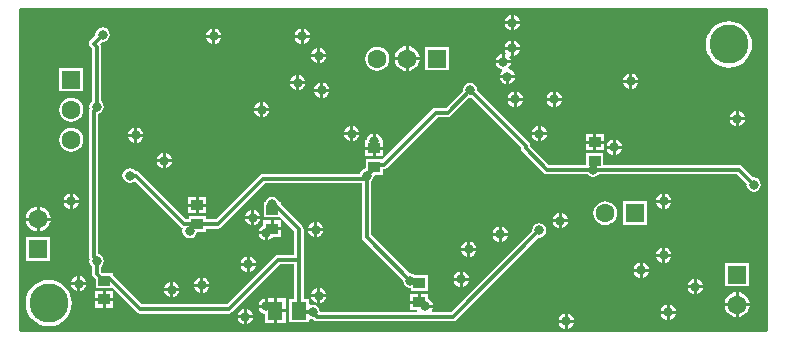
<source format=gbl>
G04*
G04 #@! TF.GenerationSoftware,Altium Limited,Altium Designer,21.5.1 (32)*
G04*
G04 Layer_Physical_Order=2*
G04 Layer_Color=16711680*
%FSLAX25Y25*%
%MOIN*%
G70*
G04*
G04 #@! TF.SameCoordinates,8A425D5F-BF34-4987-8E10-FF1777C96443*
G04*
G04*
G04 #@! TF.FilePolarity,Positive*
G04*
G01*
G75*
%ADD16C,0.01000*%
%ADD19R,0.03937X0.03543*%
%ADD25R,0.05118X0.06102*%
%ADD48C,0.01400*%
%ADD49C,0.06299*%
%ADD50R,0.06299X0.06299*%
%ADD51R,0.06299X0.06299*%
%ADD52C,0.13000*%
%ADD53C,0.03150*%
G36*
X248500Y-107106D02*
X0D01*
Y0D01*
X248500D01*
Y-107106D01*
D02*
G37*
%LPC*%
G36*
X164500Y-1969D02*
Y-4000D01*
X166531D01*
X166508Y-3828D01*
X166249Y-3201D01*
X165836Y-2664D01*
X165298Y-2251D01*
X164672Y-1991D01*
X164500Y-1969D01*
D02*
G37*
G36*
X163500D02*
X163328Y-1991D01*
X162701Y-2251D01*
X162164Y-2664D01*
X161751Y-3201D01*
X161492Y-3828D01*
X161469Y-4000D01*
X163500D01*
Y-1969D01*
D02*
G37*
G36*
X166531Y-5000D02*
X164500D01*
Y-7031D01*
X164672Y-7008D01*
X165298Y-6749D01*
X165836Y-6336D01*
X166249Y-5799D01*
X166508Y-5172D01*
X166531Y-5000D01*
D02*
G37*
G36*
X163500D02*
X161469D01*
X161492Y-5172D01*
X161751Y-5799D01*
X162164Y-6336D01*
X162701Y-6749D01*
X163328Y-7008D01*
X163500Y-7031D01*
Y-5000D01*
D02*
G37*
G36*
X94500Y-6469D02*
Y-8500D01*
X96531D01*
X96509Y-8328D01*
X96249Y-7701D01*
X95836Y-7164D01*
X95298Y-6751D01*
X94672Y-6492D01*
X94500Y-6469D01*
D02*
G37*
G36*
X93500D02*
X93328Y-6492D01*
X92702Y-6751D01*
X92164Y-7164D01*
X91751Y-7701D01*
X91492Y-8328D01*
X91469Y-8500D01*
X93500D01*
Y-6469D01*
D02*
G37*
G36*
X65000D02*
Y-8500D01*
X67031D01*
X67009Y-8328D01*
X66749Y-7701D01*
X66336Y-7164D01*
X65798Y-6751D01*
X65172Y-6492D01*
X65000Y-6469D01*
D02*
G37*
G36*
X64000D02*
X63828Y-6492D01*
X63201Y-6751D01*
X62664Y-7164D01*
X62251Y-7701D01*
X61992Y-8328D01*
X61969Y-8500D01*
X64000D01*
Y-6469D01*
D02*
G37*
G36*
X27500Y-6079D02*
X26573Y-6263D01*
X25788Y-6788D01*
X25263Y-7573D01*
X25079Y-8500D01*
X25122Y-8716D01*
X23419Y-10419D01*
X23087Y-10915D01*
X22971Y-11500D01*
X23087Y-12085D01*
X23419Y-12581D01*
X23971Y-13134D01*
Y-30666D01*
X23788Y-30788D01*
X23263Y-31573D01*
X23079Y-32500D01*
X23217Y-33194D01*
X23087Y-33388D01*
X22971Y-33973D01*
Y-82527D01*
X23087Y-83112D01*
X23217Y-83306D01*
X23079Y-84000D01*
X23263Y-84927D01*
X23788Y-85712D01*
X23971Y-85834D01*
Y-88197D01*
X24087Y-88782D01*
X24419Y-89278D01*
X25232Y-90091D01*
Y-93072D01*
X30768D01*
X30768Y-93072D01*
Y-93072D01*
X31158Y-93321D01*
X38919Y-101081D01*
X39415Y-101413D01*
X40000Y-101529D01*
X69500D01*
X70085Y-101413D01*
X70581Y-101081D01*
X86633Y-85029D01*
X91408D01*
Y-96649D01*
X89578D01*
Y-104351D01*
X96296D01*
Y-103607D01*
X96796Y-103281D01*
X97500Y-103421D01*
X97716Y-103378D01*
X97919Y-103581D01*
X98415Y-103913D01*
X99000Y-104029D01*
X144256D01*
X144841Y-103913D01*
X145337Y-103581D01*
X172784Y-76134D01*
X173000Y-76177D01*
X173927Y-75993D01*
X174712Y-75468D01*
X175237Y-74682D01*
X175421Y-73756D01*
X175237Y-72829D01*
X174712Y-72044D01*
X173927Y-71519D01*
X173000Y-71335D01*
X172073Y-71519D01*
X171288Y-72044D01*
X170763Y-72829D01*
X170579Y-73756D01*
X170622Y-73971D01*
X143622Y-100971D01*
X137364D01*
X137117Y-100471D01*
X137249Y-100299D01*
X137508Y-99672D01*
X137531Y-99500D01*
X135000D01*
Y-98500D01*
X137531D01*
X137508Y-98328D01*
X137249Y-97702D01*
X136836Y-97164D01*
X136299Y-96751D01*
X135968Y-96614D01*
Y-94878D01*
X133500D01*
Y-97650D01*
X133000D01*
Y-98150D01*
X130032D01*
Y-100421D01*
X132350D01*
X132380Y-100471D01*
X132103Y-100971D01*
X99915D01*
X99737Y-100073D01*
X99212Y-99288D01*
X98427Y-98763D01*
X97500Y-98579D01*
X96796Y-98719D01*
X96296Y-98393D01*
Y-96649D01*
X94466D01*
Y-83500D01*
Y-73437D01*
X94350Y-72852D01*
X94018Y-72356D01*
X86769Y-65106D01*
Y-64279D01*
X86278D01*
X86237Y-64073D01*
X85712Y-63288D01*
X84927Y-62763D01*
X84000Y-62579D01*
X83073Y-62763D01*
X82288Y-63288D01*
X81763Y-64073D01*
X81722Y-64279D01*
X81231D01*
Y-69422D01*
X86759D01*
X91408Y-74071D01*
Y-81971D01*
X86000D01*
X85415Y-82087D01*
X84919Y-82419D01*
X68866Y-98471D01*
X40633D01*
X30768Y-88606D01*
Y-87928D01*
X27394D01*
X27029Y-87563D01*
Y-85834D01*
X27212Y-85712D01*
X27737Y-84927D01*
X27921Y-84000D01*
X27737Y-83073D01*
X27212Y-82288D01*
X26427Y-81763D01*
X26029Y-81684D01*
Y-34816D01*
X26427Y-34737D01*
X27212Y-34212D01*
X27737Y-33427D01*
X27921Y-32500D01*
X27737Y-31573D01*
X27212Y-30788D01*
X27029Y-30666D01*
Y-12500D01*
X26913Y-11915D01*
X26647Y-11516D01*
X27284Y-10878D01*
X27500Y-10921D01*
X28427Y-10737D01*
X29212Y-10212D01*
X29737Y-9427D01*
X29921Y-8500D01*
X29737Y-7573D01*
X29212Y-6788D01*
X28427Y-6263D01*
X27500Y-6079D01*
D02*
G37*
G36*
X96531Y-9500D02*
X94500D01*
Y-11531D01*
X94672Y-11508D01*
X95298Y-11249D01*
X95836Y-10836D01*
X96249Y-10299D01*
X96509Y-9672D01*
X96531Y-9500D01*
D02*
G37*
G36*
X93500D02*
X91469D01*
X91492Y-9672D01*
X91751Y-10299D01*
X92164Y-10836D01*
X92702Y-11249D01*
X93328Y-11508D01*
X93500Y-11531D01*
Y-9500D01*
D02*
G37*
G36*
X67031D02*
X65000D01*
Y-11531D01*
X65172Y-11508D01*
X65798Y-11249D01*
X66336Y-10836D01*
X66749Y-10299D01*
X67009Y-9672D01*
X67031Y-9500D01*
D02*
G37*
G36*
X64000D02*
X61969D01*
X61992Y-9672D01*
X62251Y-10299D01*
X62664Y-10836D01*
X63201Y-11249D01*
X63828Y-11508D01*
X64000Y-11531D01*
Y-9500D01*
D02*
G37*
G36*
X164500Y-10469D02*
Y-12500D01*
X166531D01*
X166508Y-12328D01*
X166249Y-11701D01*
X165836Y-11164D01*
X165298Y-10751D01*
X164672Y-10492D01*
X164500Y-10469D01*
D02*
G37*
G36*
X163500D02*
X163328Y-10492D01*
X162701Y-10751D01*
X162164Y-11164D01*
X161751Y-11701D01*
X161492Y-12328D01*
X161469Y-12500D01*
X163500D01*
Y-10469D01*
D02*
G37*
G36*
Y-13500D02*
X161469D01*
X161492Y-13672D01*
X161751Y-14299D01*
X161958Y-14569D01*
X161706Y-14942D01*
X161650Y-14989D01*
X161500Y-14969D01*
Y-17000D01*
X163531D01*
X163508Y-16828D01*
X163249Y-16202D01*
X163042Y-15931D01*
X163294Y-15558D01*
X163350Y-15511D01*
X163500Y-15531D01*
Y-13500D01*
D02*
G37*
G36*
X100000Y-12969D02*
Y-15000D01*
X102031D01*
X102008Y-14828D01*
X101749Y-14201D01*
X101336Y-13664D01*
X100798Y-13251D01*
X100172Y-12991D01*
X100000Y-12969D01*
D02*
G37*
G36*
X99000D02*
X98828Y-12991D01*
X98202Y-13251D01*
X97664Y-13664D01*
X97251Y-14201D01*
X96991Y-14828D01*
X96969Y-15000D01*
X99000D01*
Y-12969D01*
D02*
G37*
G36*
X166531Y-13500D02*
X164500D01*
Y-15531D01*
X164672Y-15508D01*
X165298Y-15249D01*
X165836Y-14836D01*
X166249Y-14299D01*
X166508Y-13672D01*
X166531Y-13500D01*
D02*
G37*
G36*
X129500Y-12380D02*
Y-16000D01*
X133120D01*
X133043Y-15417D01*
X132625Y-14407D01*
X131959Y-13541D01*
X131093Y-12875D01*
X130083Y-12457D01*
X129500Y-12380D01*
D02*
G37*
G36*
X128500D02*
X127917Y-12457D01*
X126907Y-12875D01*
X126040Y-13541D01*
X125375Y-14407D01*
X124957Y-15417D01*
X124880Y-16000D01*
X128500D01*
Y-12380D01*
D02*
G37*
G36*
X160500Y-14969D02*
X160328Y-14991D01*
X159702Y-15251D01*
X159164Y-15664D01*
X158751Y-16202D01*
X158492Y-16828D01*
X158469Y-17000D01*
X160500D01*
Y-14969D01*
D02*
G37*
G36*
X102031Y-16000D02*
X100000D01*
Y-18031D01*
X100172Y-18009D01*
X100798Y-17749D01*
X101336Y-17336D01*
X101749Y-16799D01*
X102008Y-16172D01*
X102031Y-16000D01*
D02*
G37*
G36*
X99000D02*
X96969D01*
X96991Y-16172D01*
X97251Y-16799D01*
X97664Y-17336D01*
X98202Y-17749D01*
X98828Y-18009D01*
X99000Y-18031D01*
Y-16000D01*
D02*
G37*
G36*
X236221Y-4074D02*
X234711Y-4222D01*
X233260Y-4663D01*
X231922Y-5378D01*
X230749Y-6340D01*
X229787Y-7512D01*
X229072Y-8850D01*
X228632Y-10302D01*
X228483Y-11811D01*
X228632Y-13320D01*
X229072Y-14772D01*
X229787Y-16110D01*
X230749Y-17282D01*
X231922Y-18244D01*
X233260Y-18959D01*
X234711Y-19400D01*
X236221Y-19548D01*
X237730Y-19400D01*
X239181Y-18959D01*
X240519Y-18244D01*
X241691Y-17282D01*
X242654Y-16110D01*
X243369Y-14772D01*
X243809Y-13320D01*
X243958Y-11811D01*
X243809Y-10302D01*
X243369Y-8850D01*
X242654Y-7512D01*
X241691Y-6340D01*
X240519Y-5378D01*
X239181Y-4663D01*
X237730Y-4222D01*
X236221Y-4074D01*
D02*
G37*
G36*
X142950Y-12550D02*
X135050D01*
Y-20450D01*
X142950D01*
Y-12550D01*
D02*
G37*
G36*
X119000Y-12516D02*
X117969Y-12652D01*
X117008Y-13050D01*
X116183Y-13683D01*
X115550Y-14508D01*
X115152Y-15469D01*
X115016Y-16500D01*
X115152Y-17531D01*
X115550Y-18492D01*
X116183Y-19317D01*
X117008Y-19950D01*
X117969Y-20348D01*
X119000Y-20484D01*
X120031Y-20348D01*
X120992Y-19950D01*
X121817Y-19317D01*
X122450Y-18492D01*
X122848Y-17531D01*
X122984Y-16500D01*
X122848Y-15469D01*
X122450Y-14508D01*
X121817Y-13683D01*
X120992Y-13050D01*
X120031Y-12652D01*
X119000Y-12516D01*
D02*
G37*
G36*
X133120Y-17000D02*
X129500D01*
Y-20620D01*
X130083Y-20543D01*
X131093Y-20125D01*
X131959Y-19459D01*
X132625Y-18593D01*
X133043Y-17583D01*
X133120Y-17000D01*
D02*
G37*
G36*
X128500D02*
X124880D01*
X124957Y-17583D01*
X125375Y-18593D01*
X126040Y-19459D01*
X126907Y-20125D01*
X127917Y-20543D01*
X128500Y-20620D01*
Y-17000D01*
D02*
G37*
G36*
X163531Y-18000D02*
X158469D01*
X158492Y-18172D01*
X158751Y-18799D01*
X159164Y-19336D01*
X159702Y-19749D01*
X160328Y-20008D01*
X160538Y-20036D01*
X160678Y-20559D01*
X160542Y-20664D01*
X160129Y-21202D01*
X159869Y-21828D01*
X159847Y-22000D01*
X164909D01*
X164886Y-21828D01*
X164627Y-21202D01*
X164214Y-20664D01*
X163677Y-20251D01*
X163050Y-19992D01*
X162840Y-19964D01*
X162700Y-19441D01*
X162836Y-19336D01*
X163249Y-18799D01*
X163508Y-18172D01*
X163531Y-18000D01*
D02*
G37*
G36*
X204000Y-21469D02*
Y-23500D01*
X206031D01*
X206009Y-23328D01*
X205749Y-22702D01*
X205336Y-22164D01*
X204799Y-21751D01*
X204172Y-21492D01*
X204000Y-21469D01*
D02*
G37*
G36*
X203000D02*
X202828Y-21492D01*
X202202Y-21751D01*
X201664Y-22164D01*
X201251Y-22702D01*
X200992Y-23328D01*
X200969Y-23500D01*
X203000D01*
Y-21469D01*
D02*
G37*
G36*
X93000Y-21969D02*
Y-24000D01*
X95031D01*
X95008Y-23828D01*
X94749Y-23201D01*
X94336Y-22664D01*
X93799Y-22251D01*
X93172Y-21992D01*
X93000Y-21969D01*
D02*
G37*
G36*
X92000D02*
X91828Y-21992D01*
X91202Y-22251D01*
X90664Y-22664D01*
X90251Y-23201D01*
X89991Y-23828D01*
X89969Y-24000D01*
X92000D01*
Y-21969D01*
D02*
G37*
G36*
X164909Y-23000D02*
X162878D01*
Y-25031D01*
X163050Y-25008D01*
X163677Y-24749D01*
X164214Y-24336D01*
X164627Y-23799D01*
X164886Y-23172D01*
X164909Y-23000D01*
D02*
G37*
G36*
X161878D02*
X159847D01*
X159869Y-23172D01*
X160129Y-23799D01*
X160542Y-24336D01*
X161079Y-24749D01*
X161706Y-25008D01*
X161878Y-25031D01*
Y-23000D01*
D02*
G37*
G36*
X101000Y-24469D02*
Y-26500D01*
X103031D01*
X103008Y-26328D01*
X102749Y-25701D01*
X102336Y-25164D01*
X101798Y-24751D01*
X101172Y-24491D01*
X101000Y-24469D01*
D02*
G37*
G36*
X100000D02*
X99828Y-24491D01*
X99202Y-24751D01*
X98664Y-25164D01*
X98251Y-25701D01*
X97992Y-26328D01*
X97969Y-26500D01*
X100000D01*
Y-24469D01*
D02*
G37*
G36*
X206031Y-24500D02*
X204000D01*
Y-26531D01*
X204172Y-26509D01*
X204799Y-26249D01*
X205336Y-25836D01*
X205749Y-25299D01*
X206009Y-24672D01*
X206031Y-24500D01*
D02*
G37*
G36*
X203000D02*
X200969D01*
X200992Y-24672D01*
X201251Y-25299D01*
X201664Y-25836D01*
X202202Y-26249D01*
X202828Y-26509D01*
X203000Y-26531D01*
Y-24500D01*
D02*
G37*
G36*
X95031Y-25000D02*
X93000D01*
Y-27031D01*
X93172Y-27009D01*
X93799Y-26749D01*
X94336Y-26336D01*
X94749Y-25798D01*
X95008Y-25172D01*
X95031Y-25000D01*
D02*
G37*
G36*
X92000D02*
X89969D01*
X89991Y-25172D01*
X90251Y-25798D01*
X90664Y-26336D01*
X91202Y-26749D01*
X91828Y-27009D01*
X92000Y-27031D01*
Y-25000D01*
D02*
G37*
G36*
X20950Y-19550D02*
X13050D01*
Y-27450D01*
X20950D01*
Y-19550D01*
D02*
G37*
G36*
X178500Y-27469D02*
Y-29500D01*
X180531D01*
X180508Y-29328D01*
X180249Y-28701D01*
X179836Y-28164D01*
X179298Y-27751D01*
X178672Y-27492D01*
X178500Y-27469D01*
D02*
G37*
G36*
X177500D02*
X177328Y-27492D01*
X176701Y-27751D01*
X176164Y-28164D01*
X175751Y-28701D01*
X175491Y-29328D01*
X175469Y-29500D01*
X177500D01*
Y-27469D01*
D02*
G37*
G36*
X165500D02*
Y-29500D01*
X167531D01*
X167508Y-29328D01*
X167249Y-28701D01*
X166836Y-28164D01*
X166298Y-27751D01*
X165672Y-27492D01*
X165500Y-27469D01*
D02*
G37*
G36*
X164500D02*
X164328Y-27492D01*
X163701Y-27751D01*
X163164Y-28164D01*
X162751Y-28701D01*
X162492Y-29328D01*
X162469Y-29500D01*
X164500D01*
Y-27469D01*
D02*
G37*
G36*
X103031Y-27500D02*
X101000D01*
Y-29531D01*
X101172Y-29509D01*
X101798Y-29249D01*
X102336Y-28836D01*
X102749Y-28299D01*
X103008Y-27672D01*
X103031Y-27500D01*
D02*
G37*
G36*
X100000D02*
X97969D01*
X97992Y-27672D01*
X98251Y-28299D01*
X98664Y-28836D01*
X99202Y-29249D01*
X99828Y-29509D01*
X100000Y-29531D01*
Y-27500D01*
D02*
G37*
G36*
X180531Y-30500D02*
X178500D01*
Y-32531D01*
X178672Y-32509D01*
X179298Y-32249D01*
X179836Y-31836D01*
X180249Y-31299D01*
X180508Y-30672D01*
X180531Y-30500D01*
D02*
G37*
G36*
X177500D02*
X175469D01*
X175491Y-30672D01*
X175751Y-31299D01*
X176164Y-31836D01*
X176701Y-32249D01*
X177328Y-32509D01*
X177500Y-32531D01*
Y-30500D01*
D02*
G37*
G36*
X167531D02*
X165500D01*
Y-32531D01*
X165672Y-32509D01*
X166298Y-32249D01*
X166836Y-31836D01*
X167249Y-31299D01*
X167508Y-30672D01*
X167531Y-30500D01*
D02*
G37*
G36*
X164500D02*
X162469D01*
X162492Y-30672D01*
X162751Y-31299D01*
X163164Y-31836D01*
X163701Y-32249D01*
X164328Y-32509D01*
X164500Y-32531D01*
Y-30500D01*
D02*
G37*
G36*
X81000Y-30969D02*
Y-33000D01*
X83031D01*
X83008Y-32828D01*
X82749Y-32201D01*
X82336Y-31664D01*
X81798Y-31251D01*
X81172Y-30992D01*
X81000Y-30969D01*
D02*
G37*
G36*
X80000D02*
X79828Y-30992D01*
X79202Y-31251D01*
X78664Y-31664D01*
X78251Y-32201D01*
X77991Y-32828D01*
X77969Y-33000D01*
X80000D01*
Y-30969D01*
D02*
G37*
G36*
X239500Y-33969D02*
Y-36000D01*
X241531D01*
X241509Y-35828D01*
X241249Y-35201D01*
X240836Y-34664D01*
X240299Y-34251D01*
X239672Y-33992D01*
X239500Y-33969D01*
D02*
G37*
G36*
X238500D02*
X238328Y-33992D01*
X237702Y-34251D01*
X237164Y-34664D01*
X236751Y-35201D01*
X236491Y-35828D01*
X236469Y-36000D01*
X238500D01*
Y-33969D01*
D02*
G37*
G36*
X83031Y-34000D02*
X81000D01*
Y-36031D01*
X81172Y-36009D01*
X81798Y-35749D01*
X82336Y-35336D01*
X82749Y-34798D01*
X83008Y-34172D01*
X83031Y-34000D01*
D02*
G37*
G36*
X80000D02*
X77969D01*
X77991Y-34172D01*
X78251Y-34798D01*
X78664Y-35336D01*
X79202Y-35749D01*
X79828Y-36009D01*
X80000Y-36031D01*
Y-34000D01*
D02*
G37*
G36*
X17000Y-29516D02*
X15969Y-29652D01*
X15008Y-30050D01*
X14183Y-30683D01*
X13550Y-31508D01*
X13152Y-32469D01*
X13016Y-33500D01*
X13152Y-34531D01*
X13550Y-35492D01*
X14183Y-36317D01*
X15008Y-36950D01*
X15969Y-37348D01*
X17000Y-37484D01*
X18031Y-37348D01*
X18992Y-36950D01*
X19817Y-36317D01*
X20450Y-35492D01*
X20848Y-34531D01*
X20984Y-33500D01*
X20848Y-32469D01*
X20450Y-31508D01*
X19817Y-30683D01*
X18992Y-30050D01*
X18031Y-29652D01*
X17000Y-29516D01*
D02*
G37*
G36*
X241531Y-37000D02*
X239500D01*
Y-39031D01*
X239672Y-39009D01*
X240299Y-38749D01*
X240836Y-38336D01*
X241249Y-37799D01*
X241509Y-37172D01*
X241531Y-37000D01*
D02*
G37*
G36*
X238500D02*
X236469D01*
X236491Y-37172D01*
X236751Y-37799D01*
X237164Y-38336D01*
X237702Y-38749D01*
X238328Y-39009D01*
X238500Y-39031D01*
Y-37000D01*
D02*
G37*
G36*
X173500Y-38969D02*
Y-41000D01*
X175531D01*
X175508Y-40828D01*
X175249Y-40202D01*
X174836Y-39664D01*
X174299Y-39251D01*
X173672Y-38991D01*
X173500Y-38969D01*
D02*
G37*
G36*
X172500D02*
X172328Y-38991D01*
X171702Y-39251D01*
X171164Y-39664D01*
X170751Y-40202D01*
X170492Y-40828D01*
X170469Y-41000D01*
X172500D01*
Y-38969D01*
D02*
G37*
G36*
X111000D02*
Y-41000D01*
X113031D01*
X113008Y-40828D01*
X112749Y-40202D01*
X112336Y-39664D01*
X111799Y-39251D01*
X111172Y-38991D01*
X111000Y-38969D01*
D02*
G37*
G36*
X110000D02*
X109828Y-38991D01*
X109202Y-39251D01*
X108664Y-39664D01*
X108251Y-40202D01*
X107992Y-40828D01*
X107969Y-41000D01*
X110000D01*
Y-38969D01*
D02*
G37*
G36*
X39000Y-39469D02*
Y-41500D01*
X41031D01*
X41008Y-41328D01*
X40749Y-40701D01*
X40336Y-40164D01*
X39799Y-39751D01*
X39172Y-39492D01*
X39000Y-39469D01*
D02*
G37*
G36*
X38000D02*
X37828Y-39492D01*
X37201Y-39751D01*
X36664Y-40164D01*
X36251Y-40701D01*
X35991Y-41328D01*
X35969Y-41500D01*
X38000D01*
Y-39469D01*
D02*
G37*
G36*
X194468Y-41579D02*
X192000D01*
Y-43850D01*
X194468D01*
Y-41579D01*
D02*
G37*
G36*
X191000D02*
X188531D01*
Y-43850D01*
X191000D01*
Y-41579D01*
D02*
G37*
G36*
X118500Y-41469D02*
Y-44000D01*
X117500D01*
Y-41469D01*
X117328Y-41491D01*
X116701Y-41751D01*
X116164Y-42164D01*
X115751Y-42702D01*
X115491Y-43328D01*
X115458Y-43579D01*
X115032D01*
Y-45850D01*
X120968D01*
Y-43579D01*
X120542D01*
X120509Y-43328D01*
X120249Y-42702D01*
X119836Y-42164D01*
X119299Y-41751D01*
X118672Y-41491D01*
X118500Y-41469D01*
D02*
G37*
G36*
X175531Y-42000D02*
X173500D01*
Y-44031D01*
X173672Y-44008D01*
X174299Y-43749D01*
X174836Y-43336D01*
X175249Y-42799D01*
X175508Y-42172D01*
X175531Y-42000D01*
D02*
G37*
G36*
X172500D02*
X170469D01*
X170492Y-42172D01*
X170751Y-42799D01*
X171164Y-43336D01*
X171702Y-43749D01*
X172328Y-44008D01*
X172500Y-44031D01*
Y-42000D01*
D02*
G37*
G36*
X113031D02*
X111000D01*
Y-44031D01*
X111172Y-44008D01*
X111799Y-43749D01*
X112336Y-43336D01*
X112749Y-42799D01*
X113008Y-42172D01*
X113031Y-42000D01*
D02*
G37*
G36*
X110000D02*
X107969D01*
X107992Y-42172D01*
X108251Y-42799D01*
X108664Y-43336D01*
X109202Y-43749D01*
X109828Y-44008D01*
X110000Y-44031D01*
Y-42000D01*
D02*
G37*
G36*
X41031Y-42500D02*
X39000D01*
Y-44531D01*
X39172Y-44508D01*
X39799Y-44249D01*
X40336Y-43836D01*
X40749Y-43299D01*
X41008Y-42672D01*
X41031Y-42500D01*
D02*
G37*
G36*
X38000D02*
X35969D01*
X35991Y-42672D01*
X36251Y-43299D01*
X36664Y-43836D01*
X37201Y-44249D01*
X37828Y-44508D01*
X38000Y-44531D01*
Y-42500D01*
D02*
G37*
G36*
X198500Y-43469D02*
Y-45500D01*
X200531D01*
X200508Y-45328D01*
X200249Y-44701D01*
X199836Y-44164D01*
X199299Y-43751D01*
X198672Y-43492D01*
X198500Y-43469D01*
D02*
G37*
G36*
X197500D02*
X197328Y-43492D01*
X196702Y-43751D01*
X196164Y-44164D01*
X195751Y-44701D01*
X195492Y-45328D01*
X195469Y-45500D01*
X197500D01*
Y-43469D01*
D02*
G37*
G36*
X194468Y-44850D02*
X192000D01*
Y-47122D01*
X194468D01*
Y-44850D01*
D02*
G37*
G36*
X191000D02*
X188531D01*
Y-47122D01*
X191000D01*
Y-44850D01*
D02*
G37*
G36*
X17000Y-39516D02*
X15969Y-39652D01*
X15008Y-40050D01*
X14183Y-40683D01*
X13550Y-41508D01*
X13152Y-42469D01*
X13016Y-43500D01*
X13152Y-44531D01*
X13550Y-45492D01*
X14183Y-46317D01*
X15008Y-46950D01*
X15969Y-47348D01*
X17000Y-47484D01*
X18031Y-47348D01*
X18992Y-46950D01*
X19817Y-46317D01*
X20450Y-45492D01*
X20848Y-44531D01*
X20984Y-43500D01*
X20848Y-42469D01*
X20450Y-41508D01*
X19817Y-40683D01*
X18992Y-40050D01*
X18031Y-39652D01*
X17000Y-39516D01*
D02*
G37*
G36*
X200531Y-46500D02*
X198500D01*
Y-48531D01*
X198672Y-48509D01*
X199299Y-48249D01*
X199836Y-47836D01*
X200249Y-47298D01*
X200508Y-46672D01*
X200531Y-46500D01*
D02*
G37*
G36*
X197500D02*
X195469D01*
X195492Y-46672D01*
X195751Y-47298D01*
X196164Y-47836D01*
X196702Y-48249D01*
X197328Y-48509D01*
X197500Y-48531D01*
Y-46500D01*
D02*
G37*
G36*
X120968Y-46850D02*
X118500D01*
Y-49122D01*
X120968D01*
Y-46850D01*
D02*
G37*
G36*
X117500D02*
X115032D01*
Y-49122D01*
X117500D01*
Y-46850D01*
D02*
G37*
G36*
X48500Y-47969D02*
Y-50000D01*
X50531D01*
X50508Y-49828D01*
X50249Y-49202D01*
X49836Y-48664D01*
X49299Y-48251D01*
X48672Y-47991D01*
X48500Y-47969D01*
D02*
G37*
G36*
X47500D02*
X47328Y-47991D01*
X46701Y-48251D01*
X46164Y-48664D01*
X45751Y-49202D01*
X45491Y-49828D01*
X45469Y-50000D01*
X47500D01*
Y-47969D01*
D02*
G37*
G36*
X50531Y-51000D02*
X48500D01*
Y-53031D01*
X48672Y-53009D01*
X49299Y-52749D01*
X49836Y-52336D01*
X50249Y-51798D01*
X50508Y-51172D01*
X50531Y-51000D01*
D02*
G37*
G36*
X47500D02*
X45469D01*
X45491Y-51172D01*
X45751Y-51798D01*
X46164Y-52336D01*
X46701Y-52749D01*
X47328Y-53009D01*
X47500Y-53031D01*
Y-51000D01*
D02*
G37*
G36*
X150000Y-24579D02*
X149073Y-24763D01*
X148288Y-25288D01*
X147763Y-26073D01*
X147579Y-27000D01*
X147622Y-27216D01*
X141867Y-32971D01*
X138500D01*
X137915Y-33087D01*
X137419Y-33419D01*
X120759Y-50078D01*
X115232D01*
Y-53132D01*
X114573Y-53263D01*
X113788Y-53788D01*
X113263Y-54573D01*
X113184Y-54971D01*
X81000D01*
X80415Y-55087D01*
X79919Y-55419D01*
X65217Y-70120D01*
X61769D01*
Y-69078D01*
X56231D01*
Y-70120D01*
X55283D01*
X39581Y-54419D01*
X39085Y-54087D01*
X38500Y-53971D01*
X38334D01*
X38212Y-53788D01*
X37427Y-53263D01*
X36500Y-53079D01*
X35573Y-53263D01*
X34788Y-53788D01*
X34263Y-54573D01*
X34079Y-55500D01*
X34263Y-56427D01*
X34788Y-57212D01*
X35573Y-57737D01*
X36500Y-57921D01*
X37427Y-57737D01*
X38115Y-57277D01*
X53568Y-72731D01*
X54064Y-73063D01*
X54258Y-73101D01*
X54079Y-74000D01*
X54263Y-74927D01*
X54788Y-75712D01*
X55573Y-76237D01*
X56500Y-76421D01*
X57427Y-76237D01*
X58212Y-75712D01*
X58737Y-74927D01*
X58877Y-74221D01*
X61769D01*
Y-73179D01*
X65850D01*
X66436Y-73063D01*
X66932Y-72731D01*
X81634Y-58029D01*
X113971D01*
Y-76000D01*
X114087Y-76585D01*
X114419Y-77081D01*
X127622Y-90284D01*
X127579Y-90500D01*
X127763Y-91427D01*
X128288Y-92212D01*
X129073Y-92737D01*
X130000Y-92921D01*
X130231Y-93111D01*
Y-93922D01*
X135768D01*
Y-88779D01*
X131699D01*
X130927Y-88263D01*
X130000Y-88079D01*
X129784Y-88122D01*
X117029Y-75366D01*
Y-57334D01*
X117212Y-57212D01*
X117737Y-56427D01*
X117921Y-55500D01*
X118376Y-55221D01*
X120768D01*
Y-53399D01*
X121130D01*
X121715Y-53283D01*
X122212Y-52951D01*
X139134Y-36029D01*
X142500D01*
X143085Y-35913D01*
X143581Y-35581D01*
X149694Y-29469D01*
X150000Y-29529D01*
X150366D01*
X166971Y-46134D01*
Y-46350D01*
X167087Y-46936D01*
X167419Y-47432D01*
X174568Y-54581D01*
X175064Y-54913D01*
X175650Y-55029D01*
X189166D01*
X189288Y-55212D01*
X190073Y-55737D01*
X191000Y-55921D01*
X191927Y-55737D01*
X192712Y-55212D01*
X192834Y-55029D01*
X238866D01*
X242122Y-58284D01*
X242079Y-58500D01*
X242263Y-59427D01*
X242788Y-60212D01*
X243573Y-60737D01*
X244500Y-60921D01*
X245427Y-60737D01*
X246212Y-60212D01*
X246737Y-59427D01*
X246921Y-58500D01*
X246737Y-57573D01*
X246212Y-56788D01*
X245427Y-56263D01*
X244500Y-56079D01*
X244284Y-56122D01*
X240581Y-52419D01*
X240085Y-52087D01*
X239500Y-51971D01*
X194269D01*
Y-48078D01*
X188732D01*
Y-51971D01*
X176283D01*
X170029Y-45717D01*
Y-45500D01*
X169913Y-44915D01*
X169581Y-44419D01*
X152378Y-27216D01*
X152421Y-27000D01*
X152237Y-26073D01*
X151712Y-25288D01*
X150927Y-24763D01*
X150000Y-24579D01*
D02*
G37*
G36*
X215000Y-61469D02*
Y-63500D01*
X217031D01*
X217008Y-63328D01*
X216749Y-62701D01*
X216336Y-62164D01*
X215798Y-61751D01*
X215172Y-61492D01*
X215000Y-61469D01*
D02*
G37*
G36*
X214000D02*
X213828Y-61492D01*
X213201Y-61751D01*
X212664Y-62164D01*
X212251Y-62701D01*
X211992Y-63328D01*
X211969Y-63500D01*
X214000D01*
Y-61469D01*
D02*
G37*
G36*
X17500D02*
Y-63500D01*
X19531D01*
X19509Y-63328D01*
X19249Y-62701D01*
X18836Y-62164D01*
X18298Y-61751D01*
X17672Y-61492D01*
X17500Y-61469D01*
D02*
G37*
G36*
X16500D02*
X16328Y-61492D01*
X15701Y-61751D01*
X15164Y-62164D01*
X14751Y-62701D01*
X14491Y-63328D01*
X14469Y-63500D01*
X16500D01*
Y-61469D01*
D02*
G37*
G36*
X61968Y-62579D02*
X59500D01*
Y-64850D01*
X61968D01*
Y-62579D01*
D02*
G37*
G36*
X58500D02*
X56032D01*
Y-64850D01*
X58500D01*
Y-62579D01*
D02*
G37*
G36*
X217031Y-64500D02*
X215000D01*
Y-66531D01*
X215172Y-66509D01*
X215798Y-66249D01*
X216336Y-65836D01*
X216749Y-65298D01*
X217008Y-64672D01*
X217031Y-64500D01*
D02*
G37*
G36*
X214000D02*
X211969D01*
X211992Y-64672D01*
X212251Y-65298D01*
X212664Y-65836D01*
X213201Y-66249D01*
X213828Y-66509D01*
X214000Y-66531D01*
Y-64500D01*
D02*
G37*
G36*
X19531D02*
X17500D01*
Y-66531D01*
X17672Y-66509D01*
X18298Y-66249D01*
X18836Y-65836D01*
X19249Y-65298D01*
X19509Y-64672D01*
X19531Y-64500D01*
D02*
G37*
G36*
X16500D02*
X14469D01*
X14491Y-64672D01*
X14751Y-65298D01*
X15164Y-65836D01*
X15701Y-66249D01*
X16328Y-66509D01*
X16500Y-66531D01*
Y-64500D01*
D02*
G37*
G36*
X61968Y-65850D02*
X59500D01*
Y-68122D01*
X61968D01*
Y-65850D01*
D02*
G37*
G36*
X58500D02*
X56032D01*
Y-68122D01*
X58500D01*
Y-65850D01*
D02*
G37*
G36*
X78000Y-66969D02*
Y-69000D01*
X80031D01*
X80009Y-68828D01*
X79749Y-68202D01*
X79336Y-67664D01*
X78799Y-67251D01*
X78172Y-66992D01*
X78000Y-66969D01*
D02*
G37*
G36*
X77000D02*
X76828Y-66992D01*
X76201Y-67251D01*
X75664Y-67664D01*
X75251Y-68202D01*
X74992Y-68828D01*
X74969Y-69000D01*
X77000D01*
Y-66969D01*
D02*
G37*
G36*
X6500Y-65880D02*
Y-69500D01*
X10120D01*
X10043Y-68917D01*
X9625Y-67907D01*
X8959Y-67040D01*
X8093Y-66375D01*
X7083Y-65957D01*
X6500Y-65880D01*
D02*
G37*
G36*
X5500D02*
X4917Y-65957D01*
X3907Y-66375D01*
X3040Y-67040D01*
X2375Y-67907D01*
X1957Y-68917D01*
X1880Y-69500D01*
X5500D01*
Y-65880D01*
D02*
G37*
G36*
X180500Y-67969D02*
Y-70000D01*
X182531D01*
X182509Y-69828D01*
X182249Y-69201D01*
X181836Y-68664D01*
X181298Y-68251D01*
X180672Y-67992D01*
X180500Y-67969D01*
D02*
G37*
G36*
X179500D02*
X179328Y-67992D01*
X178701Y-68251D01*
X178164Y-68664D01*
X177751Y-69201D01*
X177491Y-69828D01*
X177469Y-70000D01*
X179500D01*
Y-67969D01*
D02*
G37*
G36*
X208950Y-64050D02*
X201050D01*
Y-71950D01*
X208950D01*
Y-64050D01*
D02*
G37*
G36*
X195000Y-64016D02*
X193969Y-64152D01*
X193008Y-64550D01*
X192183Y-65183D01*
X191550Y-66008D01*
X191152Y-66969D01*
X191016Y-68000D01*
X191152Y-69031D01*
X191550Y-69992D01*
X192183Y-70817D01*
X193008Y-71450D01*
X193969Y-71848D01*
X195000Y-71984D01*
X196031Y-71848D01*
X196992Y-71450D01*
X197817Y-70817D01*
X198450Y-69992D01*
X198848Y-69031D01*
X198984Y-68000D01*
X198848Y-66969D01*
X198450Y-66008D01*
X197817Y-65183D01*
X196992Y-64550D01*
X196031Y-64152D01*
X195000Y-64016D01*
D02*
G37*
G36*
X80031Y-70000D02*
X78000D01*
Y-72031D01*
X78172Y-72009D01*
X78799Y-71749D01*
X79336Y-71336D01*
X79749Y-70798D01*
X80009Y-70172D01*
X80031Y-70000D01*
D02*
G37*
G36*
X77000D02*
X74969D01*
X74992Y-70172D01*
X75251Y-70798D01*
X75664Y-71336D01*
X76201Y-71749D01*
X76828Y-72009D01*
X77000Y-72031D01*
Y-70000D01*
D02*
G37*
G36*
X86968Y-70378D02*
X84500D01*
Y-72650D01*
X86968D01*
Y-70378D01*
D02*
G37*
G36*
X99000Y-70969D02*
Y-73000D01*
X101031D01*
X101008Y-72828D01*
X100749Y-72202D01*
X100336Y-71664D01*
X99799Y-71251D01*
X99172Y-70991D01*
X99000Y-70969D01*
D02*
G37*
G36*
X98000D02*
X97828Y-70991D01*
X97202Y-71251D01*
X96664Y-71664D01*
X96251Y-72202D01*
X95991Y-72828D01*
X95969Y-73000D01*
X98000D01*
Y-70969D01*
D02*
G37*
G36*
X182531Y-71000D02*
X180500D01*
Y-73031D01*
X180672Y-73009D01*
X181298Y-72749D01*
X181836Y-72336D01*
X182249Y-71798D01*
X182509Y-71172D01*
X182531Y-71000D01*
D02*
G37*
G36*
X179500D02*
X177469D01*
X177491Y-71172D01*
X177751Y-71798D01*
X178164Y-72336D01*
X178701Y-72749D01*
X179328Y-73009D01*
X179500Y-73031D01*
Y-71000D01*
D02*
G37*
G36*
X10120Y-70500D02*
X6500D01*
Y-74120D01*
X7083Y-74043D01*
X8093Y-73625D01*
X8959Y-72960D01*
X9625Y-72093D01*
X10043Y-71083D01*
X10120Y-70500D01*
D02*
G37*
G36*
X5500D02*
X1880D01*
X1957Y-71083D01*
X2375Y-72093D01*
X3040Y-72960D01*
X3907Y-73625D01*
X4917Y-74043D01*
X5500Y-74120D01*
Y-70500D01*
D02*
G37*
G36*
X160500Y-72469D02*
Y-74500D01*
X162531D01*
X162508Y-74328D01*
X162249Y-73702D01*
X161836Y-73164D01*
X161299Y-72751D01*
X160672Y-72492D01*
X160500Y-72469D01*
D02*
G37*
G36*
X159500D02*
X159328Y-72492D01*
X158702Y-72751D01*
X158164Y-73164D01*
X157751Y-73702D01*
X157492Y-74328D01*
X157469Y-74500D01*
X159500D01*
Y-72469D01*
D02*
G37*
G36*
X101031Y-74000D02*
X99000D01*
Y-76031D01*
X99172Y-76008D01*
X99799Y-75749D01*
X100336Y-75336D01*
X100749Y-74799D01*
X101008Y-74172D01*
X101031Y-74000D01*
D02*
G37*
G36*
X98000D02*
X95969D01*
X95991Y-74172D01*
X96251Y-74799D01*
X96664Y-75336D01*
X97202Y-75749D01*
X97828Y-76008D01*
X98000Y-76031D01*
Y-74000D01*
D02*
G37*
G36*
X83500Y-70378D02*
X81032D01*
Y-72114D01*
X80702Y-72251D01*
X80164Y-72664D01*
X79751Y-73202D01*
X79492Y-73828D01*
X79469Y-74000D01*
X82000D01*
Y-74500D01*
X82500D01*
Y-77031D01*
X82672Y-77008D01*
X83298Y-76749D01*
X83836Y-76336D01*
X84155Y-75921D01*
X86968D01*
Y-73650D01*
X84000D01*
Y-73150D01*
X83500D01*
Y-70378D01*
D02*
G37*
G36*
X81500Y-75000D02*
X79469D01*
X79492Y-75172D01*
X79751Y-75798D01*
X80164Y-76336D01*
X80702Y-76749D01*
X81328Y-77008D01*
X81500Y-77031D01*
Y-75000D01*
D02*
G37*
G36*
X162531Y-75500D02*
X160500D01*
Y-77531D01*
X160672Y-77508D01*
X161299Y-77249D01*
X161836Y-76836D01*
X162249Y-76298D01*
X162508Y-75672D01*
X162531Y-75500D01*
D02*
G37*
G36*
X159500D02*
X157469D01*
X157492Y-75672D01*
X157751Y-76298D01*
X158164Y-76836D01*
X158702Y-77249D01*
X159328Y-77508D01*
X159500Y-77531D01*
Y-75500D01*
D02*
G37*
G36*
X150000Y-77469D02*
Y-79500D01*
X152031D01*
X152008Y-79328D01*
X151749Y-78702D01*
X151336Y-78164D01*
X150798Y-77751D01*
X150172Y-77491D01*
X150000Y-77469D01*
D02*
G37*
G36*
X149000D02*
X148828Y-77491D01*
X148202Y-77751D01*
X147664Y-78164D01*
X147251Y-78702D01*
X146992Y-79328D01*
X146969Y-79500D01*
X149000D01*
Y-77469D01*
D02*
G37*
G36*
X215000Y-79469D02*
Y-81500D01*
X217031D01*
X217008Y-81328D01*
X216749Y-80702D01*
X216336Y-80164D01*
X215798Y-79751D01*
X215172Y-79492D01*
X215000Y-79469D01*
D02*
G37*
G36*
X214000D02*
X213828Y-79492D01*
X213201Y-79751D01*
X212664Y-80164D01*
X212251Y-80702D01*
X211992Y-81328D01*
X211969Y-81500D01*
X214000D01*
Y-79469D01*
D02*
G37*
G36*
X152031Y-80500D02*
X150000D01*
Y-82531D01*
X150172Y-82508D01*
X150798Y-82249D01*
X151336Y-81836D01*
X151749Y-81299D01*
X152008Y-80672D01*
X152031Y-80500D01*
D02*
G37*
G36*
X149000D02*
X146969D01*
X146992Y-80672D01*
X147251Y-81299D01*
X147664Y-81836D01*
X148202Y-82249D01*
X148828Y-82508D01*
X149000Y-82531D01*
Y-80500D01*
D02*
G37*
G36*
X9950Y-76050D02*
X2050D01*
Y-83950D01*
X9950D01*
Y-76050D01*
D02*
G37*
G36*
X76500Y-82469D02*
Y-84500D01*
X78531D01*
X78509Y-84328D01*
X78249Y-83701D01*
X77836Y-83164D01*
X77298Y-82751D01*
X76672Y-82491D01*
X76500Y-82469D01*
D02*
G37*
G36*
X75500D02*
X75328Y-82491D01*
X74701Y-82751D01*
X74164Y-83164D01*
X73751Y-83701D01*
X73492Y-84328D01*
X73469Y-84500D01*
X75500D01*
Y-82469D01*
D02*
G37*
G36*
X217031Y-82500D02*
X215000D01*
Y-84531D01*
X215172Y-84509D01*
X215798Y-84249D01*
X216336Y-83836D01*
X216749Y-83298D01*
X217008Y-82672D01*
X217031Y-82500D01*
D02*
G37*
G36*
X214000D02*
X211969D01*
X211992Y-82672D01*
X212251Y-83298D01*
X212664Y-83836D01*
X213201Y-84249D01*
X213828Y-84509D01*
X214000Y-84531D01*
Y-82500D01*
D02*
G37*
G36*
X207500Y-84469D02*
Y-86500D01*
X209531D01*
X209508Y-86328D01*
X209249Y-85702D01*
X208836Y-85164D01*
X208298Y-84751D01*
X207672Y-84491D01*
X207500Y-84469D01*
D02*
G37*
G36*
X206500D02*
X206328Y-84491D01*
X205701Y-84751D01*
X205164Y-85164D01*
X204751Y-85702D01*
X204491Y-86328D01*
X204469Y-86500D01*
X206500D01*
Y-84469D01*
D02*
G37*
G36*
X78531Y-85500D02*
X76500D01*
Y-87531D01*
X76672Y-87508D01*
X77298Y-87249D01*
X77836Y-86836D01*
X78249Y-86299D01*
X78509Y-85672D01*
X78531Y-85500D01*
D02*
G37*
G36*
X75500D02*
X73469D01*
X73492Y-85672D01*
X73751Y-86299D01*
X74164Y-86836D01*
X74701Y-87249D01*
X75328Y-87508D01*
X75500Y-87531D01*
Y-85500D01*
D02*
G37*
G36*
X147500Y-87469D02*
Y-89500D01*
X149531D01*
X149509Y-89328D01*
X149249Y-88701D01*
X148836Y-88164D01*
X148299Y-87751D01*
X147672Y-87492D01*
X147500Y-87469D01*
D02*
G37*
G36*
X146500D02*
X146328Y-87492D01*
X145702Y-87751D01*
X145164Y-88164D01*
X144751Y-88701D01*
X144492Y-89328D01*
X144469Y-89500D01*
X146500D01*
Y-87469D01*
D02*
G37*
G36*
X209531Y-87500D02*
X207500D01*
Y-89531D01*
X207672Y-89508D01*
X208298Y-89249D01*
X208836Y-88836D01*
X209249Y-88298D01*
X209508Y-87672D01*
X209531Y-87500D01*
D02*
G37*
G36*
X206500D02*
X204469D01*
X204491Y-87672D01*
X204751Y-88298D01*
X205164Y-88836D01*
X205701Y-89249D01*
X206328Y-89508D01*
X206500Y-89531D01*
Y-87500D01*
D02*
G37*
G36*
X20000Y-88969D02*
Y-91000D01*
X22031D01*
X22008Y-90828D01*
X21749Y-90201D01*
X21336Y-89664D01*
X20798Y-89251D01*
X20172Y-88991D01*
X20000Y-88969D01*
D02*
G37*
G36*
X19000D02*
X18828Y-88991D01*
X18202Y-89251D01*
X17664Y-89664D01*
X17251Y-90201D01*
X16992Y-90828D01*
X16969Y-91000D01*
X19000D01*
Y-88969D01*
D02*
G37*
G36*
X61000Y-89469D02*
Y-91500D01*
X63031D01*
X63008Y-91328D01*
X62749Y-90702D01*
X62336Y-90164D01*
X61799Y-89751D01*
X61172Y-89491D01*
X61000Y-89469D01*
D02*
G37*
G36*
X60000D02*
X59828Y-89491D01*
X59202Y-89751D01*
X58664Y-90164D01*
X58251Y-90702D01*
X57991Y-91328D01*
X57969Y-91500D01*
X60000D01*
Y-89469D01*
D02*
G37*
G36*
X225500Y-89969D02*
Y-92000D01*
X227531D01*
X227508Y-91828D01*
X227249Y-91202D01*
X226836Y-90664D01*
X226298Y-90251D01*
X225672Y-89991D01*
X225500Y-89969D01*
D02*
G37*
G36*
X224500D02*
X224328Y-89991D01*
X223702Y-90251D01*
X223164Y-90664D01*
X222751Y-91202D01*
X222492Y-91828D01*
X222469Y-92000D01*
X224500D01*
Y-89969D01*
D02*
G37*
G36*
X242950Y-84550D02*
X235050D01*
Y-92450D01*
X242950D01*
Y-84550D01*
D02*
G37*
G36*
X149531Y-90500D02*
X147500D01*
Y-92531D01*
X147672Y-92509D01*
X148299Y-92249D01*
X148836Y-91836D01*
X149249Y-91299D01*
X149509Y-90672D01*
X149531Y-90500D01*
D02*
G37*
G36*
X146500D02*
X144469D01*
X144492Y-90672D01*
X144751Y-91299D01*
X145164Y-91836D01*
X145702Y-92249D01*
X146328Y-92509D01*
X146500Y-92531D01*
Y-90500D01*
D02*
G37*
G36*
X51000Y-90969D02*
Y-93000D01*
X53031D01*
X53009Y-92828D01*
X52749Y-92202D01*
X52336Y-91664D01*
X51798Y-91251D01*
X51172Y-90991D01*
X51000Y-90969D01*
D02*
G37*
G36*
X50000D02*
X49828Y-90991D01*
X49202Y-91251D01*
X48664Y-91664D01*
X48251Y-92202D01*
X47991Y-92828D01*
X47969Y-93000D01*
X50000D01*
Y-90969D01*
D02*
G37*
G36*
X22031Y-92000D02*
X20000D01*
Y-94031D01*
X20172Y-94008D01*
X20798Y-93749D01*
X21336Y-93336D01*
X21749Y-92799D01*
X22008Y-92172D01*
X22031Y-92000D01*
D02*
G37*
G36*
X19000D02*
X16969D01*
X16992Y-92172D01*
X17251Y-92799D01*
X17664Y-93336D01*
X18202Y-93749D01*
X18828Y-94008D01*
X19000Y-94031D01*
Y-92000D01*
D02*
G37*
G36*
X63031Y-92500D02*
X61000D01*
Y-94531D01*
X61172Y-94508D01*
X61799Y-94249D01*
X62336Y-93836D01*
X62749Y-93299D01*
X63008Y-92672D01*
X63031Y-92500D01*
D02*
G37*
G36*
X60000D02*
X57969D01*
X57991Y-92672D01*
X58251Y-93299D01*
X58664Y-93836D01*
X59202Y-94249D01*
X59828Y-94508D01*
X60000Y-94531D01*
Y-92500D01*
D02*
G37*
G36*
X100000Y-92969D02*
Y-95000D01*
X102031D01*
X102008Y-94828D01*
X101749Y-94201D01*
X101336Y-93664D01*
X100798Y-93251D01*
X100172Y-92992D01*
X100000Y-92969D01*
D02*
G37*
G36*
X99000D02*
X98828Y-92992D01*
X98202Y-93251D01*
X97664Y-93664D01*
X97251Y-94201D01*
X96991Y-94828D01*
X96969Y-95000D01*
X99000D01*
Y-92969D01*
D02*
G37*
G36*
X227531Y-93000D02*
X225500D01*
Y-95031D01*
X225672Y-95008D01*
X226298Y-94749D01*
X226836Y-94336D01*
X227249Y-93799D01*
X227508Y-93172D01*
X227531Y-93000D01*
D02*
G37*
G36*
X224500D02*
X222469D01*
X222492Y-93172D01*
X222751Y-93799D01*
X223164Y-94336D01*
X223702Y-94749D01*
X224328Y-95008D01*
X224500Y-95031D01*
Y-93000D01*
D02*
G37*
G36*
X53031Y-94000D02*
X51000D01*
Y-96031D01*
X51172Y-96008D01*
X51798Y-95749D01*
X52336Y-95336D01*
X52749Y-94798D01*
X53009Y-94172D01*
X53031Y-94000D01*
D02*
G37*
G36*
X50000D02*
X47969D01*
X47991Y-94172D01*
X48251Y-94798D01*
X48664Y-95336D01*
X49202Y-95749D01*
X49828Y-96008D01*
X50000Y-96031D01*
Y-94000D01*
D02*
G37*
G36*
X30968Y-94028D02*
X28500D01*
Y-96299D01*
X30968D01*
Y-94028D01*
D02*
G37*
G36*
X27500D02*
X25032D01*
Y-96299D01*
X27500D01*
Y-94028D01*
D02*
G37*
G36*
X132500Y-94878D02*
X130032D01*
Y-97150D01*
X132500D01*
Y-94878D01*
D02*
G37*
G36*
X239500Y-94380D02*
Y-98000D01*
X243120D01*
X243043Y-97417D01*
X242625Y-96407D01*
X241960Y-95540D01*
X241093Y-94875D01*
X240083Y-94457D01*
X239500Y-94380D01*
D02*
G37*
G36*
X238500D02*
X237917Y-94457D01*
X236907Y-94875D01*
X236040Y-95540D01*
X235375Y-96407D01*
X234957Y-97417D01*
X234880Y-98000D01*
X238500D01*
Y-94380D01*
D02*
G37*
G36*
X102031Y-96000D02*
X100000D01*
Y-98031D01*
X100172Y-98009D01*
X100798Y-97749D01*
X101336Y-97336D01*
X101749Y-96798D01*
X102008Y-96172D01*
X102031Y-96000D01*
D02*
G37*
G36*
X99000D02*
X96969D01*
X96991Y-96172D01*
X97251Y-96798D01*
X97664Y-97336D01*
X98202Y-97749D01*
X98828Y-98009D01*
X99000Y-98031D01*
Y-96000D01*
D02*
G37*
G36*
X81500Y-96469D02*
X81328Y-96491D01*
X80702Y-96751D01*
X80164Y-97164D01*
X79751Y-97702D01*
X79492Y-98328D01*
X79469Y-98500D01*
X81500D01*
Y-96469D01*
D02*
G37*
G36*
X239000Y-98500D02*
D01*
D01*
D01*
D02*
G37*
G36*
X30968Y-97299D02*
X28500D01*
Y-99571D01*
X30968D01*
Y-97299D01*
D02*
G37*
G36*
X27500D02*
X25032D01*
Y-99571D01*
X27500D01*
Y-97299D01*
D02*
G37*
G36*
X88622Y-96449D02*
X85563D01*
Y-100000D01*
X88622D01*
Y-96449D01*
D02*
G37*
G36*
X216500Y-98469D02*
Y-100500D01*
X218531D01*
X218509Y-100328D01*
X218249Y-99701D01*
X217836Y-99164D01*
X217299Y-98751D01*
X216672Y-98492D01*
X216500Y-98469D01*
D02*
G37*
G36*
X215500D02*
X215328Y-98492D01*
X214702Y-98751D01*
X214164Y-99164D01*
X213751Y-99701D01*
X213492Y-100328D01*
X213469Y-100500D01*
X215500D01*
Y-98469D01*
D02*
G37*
G36*
X75500Y-99969D02*
Y-102000D01*
X77531D01*
X77508Y-101828D01*
X77249Y-101201D01*
X76836Y-100664D01*
X76298Y-100251D01*
X75672Y-99992D01*
X75500Y-99969D01*
D02*
G37*
G36*
X74500D02*
X74328Y-99992D01*
X73702Y-100251D01*
X73164Y-100664D01*
X72751Y-101201D01*
X72492Y-101828D01*
X72469Y-102000D01*
X74500D01*
Y-99969D01*
D02*
G37*
G36*
X243120Y-99000D02*
X239500D01*
Y-102620D01*
X240083Y-102543D01*
X241093Y-102125D01*
X241960Y-101460D01*
X242625Y-100593D01*
X243043Y-99583D01*
X243120Y-99000D01*
D02*
G37*
G36*
X238500D02*
X234880D01*
X234957Y-99583D01*
X235375Y-100593D01*
X236040Y-101460D01*
X236907Y-102125D01*
X237917Y-102543D01*
X238500Y-102620D01*
Y-99000D01*
D02*
G37*
G36*
X182500Y-101469D02*
Y-103500D01*
X184531D01*
X184509Y-103328D01*
X184249Y-102701D01*
X183836Y-102164D01*
X183299Y-101751D01*
X182672Y-101491D01*
X182500Y-101469D01*
D02*
G37*
G36*
X181500D02*
X181328Y-101491D01*
X180701Y-101751D01*
X180164Y-102164D01*
X179751Y-102701D01*
X179491Y-103328D01*
X179469Y-103500D01*
X181500D01*
Y-101469D01*
D02*
G37*
G36*
X218531Y-101500D02*
X216500D01*
Y-103531D01*
X216672Y-103508D01*
X217299Y-103249D01*
X217836Y-102836D01*
X218249Y-102298D01*
X218509Y-101672D01*
X218531Y-101500D01*
D02*
G37*
G36*
X215500D02*
X213469D01*
X213492Y-101672D01*
X213751Y-102298D01*
X214164Y-102836D01*
X214702Y-103249D01*
X215328Y-103508D01*
X215500Y-103531D01*
Y-101500D01*
D02*
G37*
G36*
X88622Y-101000D02*
X85563D01*
Y-104551D01*
X88622D01*
Y-101000D01*
D02*
G37*
G36*
X84563Y-96449D02*
X82500D01*
Y-99000D01*
X82000D01*
Y-99500D01*
X79469D01*
X79492Y-99672D01*
X79751Y-100299D01*
X80164Y-100836D01*
X80702Y-101249D01*
X81328Y-101508D01*
X81504Y-101532D01*
Y-104551D01*
X84563D01*
Y-100500D01*
Y-96449D01*
D02*
G37*
G36*
X77531Y-103000D02*
X75500D01*
Y-105031D01*
X75672Y-105008D01*
X76298Y-104749D01*
X76836Y-104336D01*
X77249Y-103798D01*
X77508Y-103172D01*
X77531Y-103000D01*
D02*
G37*
G36*
X74500D02*
X72469D01*
X72492Y-103172D01*
X72751Y-103798D01*
X73164Y-104336D01*
X73702Y-104749D01*
X74328Y-105008D01*
X74500Y-105031D01*
Y-103000D01*
D02*
G37*
G36*
X9500Y-90263D02*
X7991Y-90411D01*
X6539Y-90852D01*
X5201Y-91567D01*
X4029Y-92529D01*
X3067Y-93701D01*
X2352Y-95039D01*
X1911Y-96491D01*
X1763Y-98000D01*
X1911Y-99510D01*
X2352Y-100961D01*
X3067Y-102299D01*
X4029Y-103471D01*
X5201Y-104433D01*
X6539Y-105148D01*
X7991Y-105589D01*
X9500Y-105737D01*
X11010Y-105589D01*
X12461Y-105148D01*
X13799Y-104433D01*
X14971Y-103471D01*
X15933Y-102299D01*
X16648Y-100961D01*
X17089Y-99510D01*
X17237Y-98000D01*
X17089Y-96491D01*
X16648Y-95039D01*
X15933Y-93701D01*
X14971Y-92529D01*
X13799Y-91567D01*
X12461Y-90852D01*
X11010Y-90411D01*
X9500Y-90263D01*
D02*
G37*
G36*
X184531Y-104500D02*
X182500D01*
Y-106531D01*
X182672Y-106509D01*
X183299Y-106249D01*
X183836Y-105836D01*
X184249Y-105298D01*
X184509Y-104672D01*
X184531Y-104500D01*
D02*
G37*
G36*
X181500D02*
X179469D01*
X179491Y-104672D01*
X179751Y-105298D01*
X180164Y-105836D01*
X180701Y-106249D01*
X181328Y-106509D01*
X181500Y-106531D01*
Y-104500D01*
D02*
G37*
%LPD*%
D16*
X0Y-107106D02*
Y0D01*
X248500D01*
Y-107106D02*
Y0D01*
X0Y-107106D02*
X248500D01*
D19*
X118000Y-46350D02*
D03*
Y-52650D02*
D03*
X133000Y-97650D02*
D03*
Y-91350D02*
D03*
X191500Y-44350D02*
D03*
Y-50650D02*
D03*
X28000Y-96799D02*
D03*
Y-90500D02*
D03*
X59000Y-71650D02*
D03*
Y-65350D02*
D03*
X84000Y-66850D02*
D03*
Y-73150D02*
D03*
D25*
X85063Y-100500D02*
D03*
X92937D02*
D03*
D48*
X25500Y-88197D02*
Y-83527D01*
Y-88197D02*
X26732Y-89428D01*
X26803Y-89500D02*
X29500D01*
X144256Y-102500D02*
X173000Y-73756D01*
X99000Y-102500D02*
X144256D01*
X93437Y-101000D02*
X97500D01*
X99000Y-102500D01*
X132484Y-90835D02*
X133000Y-91350D01*
X130335Y-90835D02*
X132484D01*
X130000Y-90500D02*
X130335Y-90835D01*
X239500Y-53500D02*
X244500Y-58500D01*
X191000Y-53500D02*
X239500D01*
X115500Y-76000D02*
X130000Y-90500D01*
X115500Y-76000D02*
Y-55500D01*
X168500Y-46350D02*
X175650Y-53500D01*
X191000D01*
X151000Y-28000D02*
X168500Y-45500D01*
Y-46350D02*
Y-45500D01*
X138500Y-34500D02*
X142500D01*
X118780Y-51870D02*
X121130D01*
X118000Y-52650D02*
X118780Y-51870D01*
X121130D02*
X138500Y-34500D01*
X142500D02*
X150000Y-27000D01*
Y-28000D02*
X151000D01*
X150000D02*
Y-27000D01*
X118000Y-53000D02*
Y-52650D01*
X191000Y-53500D02*
X191500Y-53000D01*
Y-50650D01*
X24500Y-33973D02*
X25500Y-32973D01*
X24500Y-82527D02*
Y-33973D01*
Y-82527D02*
X25500Y-83527D01*
Y-32973D02*
Y-12500D01*
X29500Y-89500D02*
X40000Y-100000D01*
X65850Y-71650D02*
X81000Y-56500D01*
X114500D01*
X59000Y-71650D02*
X65850D01*
X84774Y-65774D02*
X85274D01*
X92937Y-73437D01*
X84000Y-65000D02*
X84774Y-65774D01*
X84000Y-66850D02*
Y-65000D01*
X115500Y-55500D02*
X118000Y-53000D01*
X114500Y-56500D02*
X115500Y-55500D01*
X56500Y-74000D02*
X56650D01*
X59000Y-71650D01*
X54650D02*
X59000D01*
X38500Y-55500D02*
X54650Y-71650D01*
X36500Y-55500D02*
X38500D01*
X92937Y-83500D02*
Y-73437D01*
Y-100500D02*
Y-83500D01*
X40000Y-100000D02*
X69500D01*
X86000Y-83500D01*
X92937D01*
Y-100500D02*
X93437Y-101000D01*
X24500Y-11500D02*
X27500Y-8500D01*
X24500Y-11500D02*
X25500Y-12500D01*
D49*
X239000Y-98500D02*
D03*
X195000Y-68000D02*
D03*
X6000Y-70000D02*
D03*
X17000Y-33500D02*
D03*
Y-43500D02*
D03*
X129000Y-16500D02*
D03*
X119000D02*
D03*
D50*
X239000Y-88500D02*
D03*
X6000Y-80000D02*
D03*
X17000Y-23500D02*
D03*
D51*
X205000Y-68000D02*
D03*
X139000Y-16500D02*
D03*
D52*
X9500Y-98000D02*
D03*
X236221Y-11811D02*
D03*
D53*
X173000Y-73756D02*
D03*
X214500Y-82000D02*
D03*
X135000Y-99000D02*
D03*
X150000Y-27000D02*
D03*
X118000Y-44000D02*
D03*
X130000Y-90500D02*
D03*
X149500Y-80000D02*
D03*
X165000Y-30000D02*
D03*
X160000Y-75000D02*
D03*
X147000Y-90000D02*
D03*
X182000Y-104000D02*
D03*
X216000Y-101000D02*
D03*
X207000Y-87000D02*
D03*
X225000Y-92500D02*
D03*
X198000Y-46000D02*
D03*
X180000Y-70500D02*
D03*
X214500Y-64000D02*
D03*
X244500Y-58500D02*
D03*
X191000Y-53500D02*
D03*
X173000Y-41500D02*
D03*
X239000Y-36500D02*
D03*
X178000Y-30000D02*
D03*
X99500Y-15500D02*
D03*
X94000Y-9000D02*
D03*
X164000Y-4500D02*
D03*
Y-13000D02*
D03*
X25500Y-84000D02*
D03*
X77500Y-69500D02*
D03*
X82000Y-74500D02*
D03*
X84000Y-65000D02*
D03*
X99500Y-95500D02*
D03*
X110500Y-41500D02*
D03*
X76000Y-85000D02*
D03*
X98500Y-73500D02*
D03*
X80500Y-33500D02*
D03*
X100500Y-27000D02*
D03*
X17000Y-64000D02*
D03*
X38500Y-42000D02*
D03*
X19500Y-91500D02*
D03*
X60500Y-92000D02*
D03*
X82000Y-99000D02*
D03*
X92500Y-24500D02*
D03*
X161000Y-17500D02*
D03*
X162378Y-22500D02*
D03*
X48000Y-50500D02*
D03*
X203500Y-24000D02*
D03*
X75000Y-102500D02*
D03*
X50500Y-93500D02*
D03*
X115500Y-55500D02*
D03*
X56500Y-74000D02*
D03*
X36500Y-55500D02*
D03*
X97500Y-101000D02*
D03*
X64500Y-9000D02*
D03*
X27500Y-8500D02*
D03*
X25500Y-32500D02*
D03*
M02*

</source>
